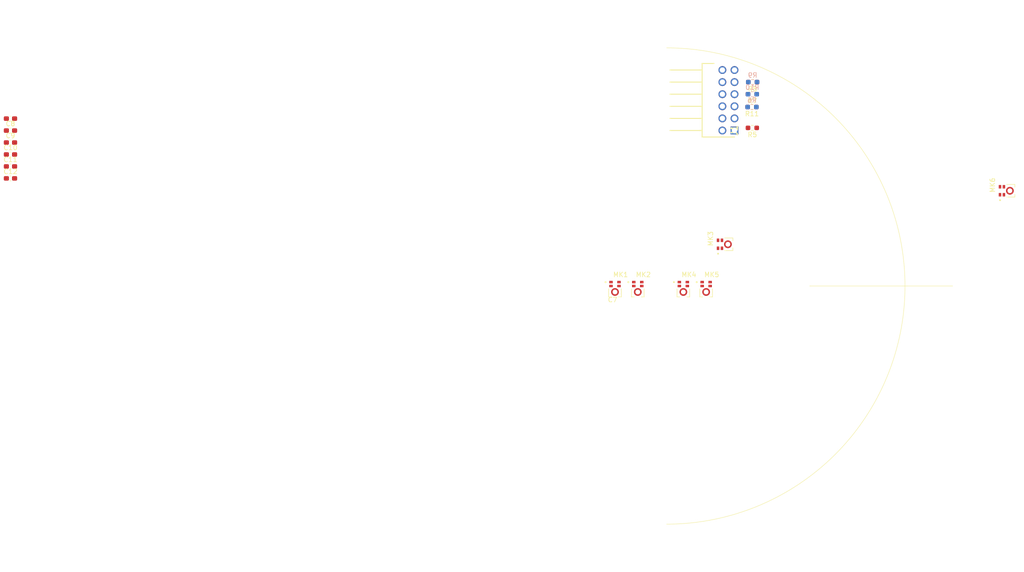
<source format=kicad_pcb>
(kicad_pcb (version 20221018) (generator pcbnew)
  (layers (0 "F.Cu" signal) (31 "B.Cu" signal) (34 "B.Paste" user) (35 "F.Paste" user) (36 "B.SilkS" user "B.Silkscreen") (37 "F.SilkS" user "F.Silkscreen") (38 "B.Mask" user) (39 "F.Mask" user) (44 "Edge.Cuts" user))
  (net 0 "")
  (net 1 "3.3V")
  (net 2 "GND")
  (net 3 "PDM-1")
  (net 4 "CLK")
  (net 5 "PDM-2")
  (net 6 "PDM-3")
  (net 7 "PDM-6")
  (net 8 "PDM-4")
  (net 9 "PDM-5")
  (net 13 "Net-(J1-CLK)")
  (net 14 "Net-(J1-D1)")
  (net 15 "Net-(J1-D2)")
  (net 16 "Net-(J1-D3)")
  (net 17 "Net-(J1-D4)")
  (net 18 "Net-(J1-D5)")
  (net 19 "Net-(J1-D6)")
  (footprint "SenseU_Microphoneboard:MIC_SPH0655LM4H-1" (layer "F.Cu") (at 149.1625 90.542)
    (fp_text reference "MK1" (at 1.175 -2.925) (layer "F.SilkS"))
    (fp_text value "SPH0655LM4H-1")
    (pad "" np_thru_hole circle (at 0 0.71) (size 0.6 0.6) (drill 0.6) (layers "*.Cu" "*.Mask"))
    (pad "1" smd rect (at -0.8375 -1.364) (size 0.725 0.522) (layers "F.Cu" "F.Paste" "F.Mask") (net 3 "PDM-1"))
    (pad "2" smd rect (at -0.8375 -0.542) (size 0.725 0.522) (layers "F.Cu" "F.Paste" "F.Mask") (net 2 "GND"))
    (pad "3" smd custom (at 0 1.3725) (size 0.1 0.1) (layers "F.Cu") (net 2 "GND") (options (clearance outline) (anchor rect)) (primitives (gr_poly (pts (xy 0 -0.15) (xy 0.027 -0.1505) (xy 0.054 -0.1525) (xy 0.08 -0.1565) (xy 0.107 -0.1615) (xy 0.133 -0.1675) (xy 0.158 -0.1755) (xy 0.184 -0.1845) (xy 0.208 -0.1945) (xy 0.233 -0.2055) (xy 0.256 -0.2185) (xy 0.279 -0.2325) (xy 0.301 -0.2475) (xy 0.323 -0.2645) (xy 0.343 -0.2815) (xy 0.362 -0.3005) (xy 0.381 -0.3195) (xy 0.398 -0.3395) (xy 0.415 -0.3615) (xy 0.43 -0.3835) (xy 0.444 -0.4065) (xy 0.457 -0.4295) (xy 0.468 -0.4545) (xy 0.478 -0.4785) (xy 0.487 -0.5045) (xy 0.495 -0.5295) (xy 0.501 -0.5555) (xy 0.506 -0.5825) (xy 0.51 -0.6085) (xy 0.512 -0.6355) (xy 0.512 -0.6625) (xy 0.512 -0.6675) (xy 0.512 -0.6895) (xy 0.51 -0.7165) (xy 0.506 -0.7435) (xy 0.501 -0.7695) (xy 0.495 -0.7955) (xy 0.487 -0.8215) (xy 0.479 -0.8465) (xy 0.468 -0.8715) (xy 0.457 -0.8955) (xy 0.444 -0.9195) (xy 0.43 -0.9415) (xy 0.415 -0.9635) (xy 0.398 -0.9855) (xy 0.381 -1.0055) (xy 0.363 -1.0255) (xy 0.343 -1.0435) (xy 0.323 -1.0605) (xy 0.301 -1.0775) (xy 0.279 -1.0925) (xy 0.257 -1.1065) (xy 0.233 -1.1195) (xy 0.209 -1.1305) (xy 0.184 -1.1415) (xy 0.159 -1.1495) (xy 0.133 -1.1575) (xy 0.107 -1.1635) (xy 0.081 -1.1685) (xy 0.054 -1.1725) (xy 0.027 -1.1745) (xy 0.005 -1.1745) (xy 0.005 -1.4745) (xy 0.041 -1.4735) (xy 0.083 -1.4705) (xy 0.125 -1.4655) (xy 0.167 -1.4575) (xy 0.209 -1.4475) (xy 0.25 -1.4355) (xy 0.29 -1.4205) (xy 0.329 -1.4045) (xy 0.368 -1.3865) (xy 0.405 -1.3655) (xy 0.442 -1.3435) (xy 0.477 -1.3195) (xy 0.511 -1.2935) (xy 0.543 -1.2655) (xy 0.574 -1.2365) (xy 0.603 -1.2055) (xy 0.631 -1.1735) (xy 0.657 -1.1395) (xy 0.681 -1.1045) (xy 0.703 -1.0675) (xy 0.724 -1.0305) (xy 0.742 -0.9915) (xy 0.758 -0.9525) (xy 0.773 -0.9125) (xy 0.785 -0.8715) (xy 0.795 -0.8295) (xy 0.803 -0.7875) (xy 0.808 -0.7455) (xy 0.811 -0.7035) (xy 0.813 -0.6675) (xy 0.813 -0.6625) (xy 0.811 -0.6195) (xy 0.808 -0.5775) (xy 0.802 -0.5355) (xy 0.795 -0.4935) (xy 0.785 -0.4525) (xy 0.773 -0.4115) (xy 0.759 -0.3715) (xy 0.742 -0.3325) (xy 0.724 -0.2935) (xy 0.704 -0.2565) (xy 0.681 -0.2195) (xy 0.657 -0.1845) (xy 0.631 -0.1515) (xy 0.604 -0.1185) (xy 0.575 -0.0875) (xy 0.544 -0.0585) (xy 0.511 -0.0315) (xy 0.478 -0.0055) (xy 0.443 0.0185) (xy 0.406 0.0415) (xy 0.369 0.0615) (xy 0.33 0.0795) (xy 0.291 0.0965) (xy 0.251 0.1105) (xy 0.21 0.1225) (xy 0.169 0.1325) (xy 0.127 0.1395) (xy 0.085 0.1455) (xy 0.043 0.1485) (xy 0 0.1495) (xy -0.043 0.1485) (xy -0.085 0.1455) (xy -0.127 0.1395) (xy -0.169 0.1325) (xy -0.21 0.1225) (xy -0.251 0.1105) (xy -0.291 0.0965) (xy -0.33 0.0795) (xy -0.369 0.0615) (xy -0.406 0.0415) (xy -0.443 0.0185) (xy -0.478 -0.0055) (xy -0.511 -0.0315) (xy -0.544 -0.0585) (xy -0.575 -0.0875) (xy -0.604 -0.1185) (xy -0.631 -0.1515) (xy -0.657 -0.1845) (xy -0.681 -0.2195) (xy -0.704 -0.2565) (xy -0.724 -0.2935) (xy -0.742 -0.3325) (xy -0.759 -0.3715) (xy -0.773 -0.4115) (xy -0.785 -0.4525) (xy -0.795 -0.4935) (xy -0.802 -0.5355) (xy -0.808 -0.5775) (xy -0.811 -0.6195) (xy -0.813 -0.6625) (xy -0.813 -0.6675) (xy -0.811 -0.7025) (xy -0.808 -0.7445) (xy -0.803 -0.7865) (xy -0.795 -0.8275) (xy -0.785 -0.8685) (xy -0.774 -0.9095) (xy -0.76 -0.9495) (xy -0.744 -0.9885) (xy -0.726 -1.0265) (xy -0.706 -1.0635) (xy -0.684 -1.0995) (xy -0.66 -1.1345) (xy -0.635 -1.1685) (xy -0.608 -1.2005) (xy -0.579 -1.2315) (xy -0.549 -1.2605) (xy -0.517 -1.2885) (xy -0.484 -1.3145) (xy -0.449 -1.3385) (xy -0.413 -1.3615) (xy -0.377 -1.3815) (xy -0.339 -1.4005) (xy -0.3 -1.4165) (xy -0.26 -1.4315) (xy -0.22 -1.4445) (xy -0.179 -1.4545) (xy -0.138 -1.4625) (xy -0.096 -1.4695) (xy -0.054 -1.4735) (xy -0.005 -1.4745) (xy -0.005 -1.1745) (xy -0.036 -1.1735) (xy -0.062 -1.1715) (xy -0.089 -1.1675) (xy -0.115 -1.1625) (xy -0.14 -1.1555) (xy -0.166 -1.1475) (xy -0.19 -1.1385) (xy -0.215 -1.1285) (xy -0.239 -1.1165) (xy -0.262 -1.1035) (xy -0.284 -1.0895) (xy -0.306 -1.0745) (xy -0.327 -1.0575) (xy -0.347 -1.0405) (xy -0.366 -1.0215) (xy -0.384 -1.0025) (xy -0.401 -0.9825) (xy -0.417 -0.9615) (xy -0.432 -0.9395) (xy -0.445 -0.9165) (xy -0.458 -0.8935) (xy -0.469 -0.8695) (xy -0.479 -0.8445) (xy -0.488 -0.8195) (xy -0.495 -0.7945) (xy -0.502 -0.7685) (xy -0.506 -0.7425) (xy -0.51 -0.7155) (xy -0.512 -0.6895) (xy -0.512 -0.6675) (xy -0.512 -0.6625) (xy -0.512 -0.6355) (xy -0.51 -0.6085) (xy -0.506 -0.5825) (xy -0.501 -0.5555) (xy -0.495 -0.5295) (xy -0.487 -0.5045) (xy -0.478 -0.4785) (xy -0.468 -0.4545) (xy -0.457 -0.4295) (xy -0.444 -0.4065) (xy -0.43 -0.3835) (xy -0.415 -0.3615) (xy -0.398 -0.3395) (xy -0.381 -0.3195) (xy -0.362 -0.3005) (xy -0.343 -0.2815) (xy -0.323 -0.2645) (xy -0.301 -0.2475) (xy -0.279 -0.2325) (xy -0.256 -0.2185) (xy -0.233 -0.2055) (xy -0.208 -0.1945) (xy -0.184 -0.1845) (xy -0.158 -0.1755) (xy -0.133 -0.1675) (xy -0.107 -0.1615) (xy -0.08 -0.1565) (xy -0.054 -0.1525) (xy -0.027 -0.1505) (xy 0 -0.1505) (xy 0 -0.15)) (width 0.01) (fill yes))))
    (pad "4" smd rect (at 0.8375 -0.542) (size 0.725 0.522) (layers "F.Cu" "F.Paste" "F.Mask") (net 4 "CLK"))
    (pad "5" smd rect (at 0.8375 -1.364) (size 0.725 0.522) (layers "F.Cu" "F.Paste" "F.Mask") (net 1 "3.3V"))
  )
  (footprint "Resistor_SMD:R_0603_1608Metric_Pad0.98x0.95mm_HandSolder" (layer "F.Cu") (at 177.976944 56.798275 180)
    (fp_text reference "R5" (at 0 -1.43) (layer "F.SilkS"))
    (fp_text value "51")
    (pad "1" smd roundrect (at -0.9125 0 180) (size 0.975 0.95) (layers "F.Cu" "F.Paste" "F.Mask") (net 4 "CLK"))
    (pad "2" smd roundrect (at 0.9125 0 180) (size 0.975 0.95) (layers "F.Cu" "F.Paste" "F.Mask") (net 13 "Net-(J1-CLK)"))
  )
  (footprint "Capacitor_SMD:C_0603_1608Metric_Pad1.08x0.95mm_HandSolder" (layer "F.Cu") (at 22.35 67.4025)
    (fp_text reference "C12" (at 0 -1.43) (layer "F.SilkS"))
    (fp_text value "0.1uF")
    (pad "1" smd roundrect (at -0.8625 0) (size 1.075 0.95) (layers "F.Cu" "F.Paste" "F.Mask") (net 1 "3.3V"))
    (pad "2" smd roundrect (at 0.8625 0) (size 1.075 0.95) (layers "F.Cu" "F.Paste" "F.Mask") (net 2 "GND"))
  )
  (footprint "SenseU_Microphoneboard:MIC_SPH0655LM4H-1" (layer "F.Cu") (at 153.943 90.542)
    (fp_text reference "MK2" (at 1.175 -2.925) (layer "F.SilkS"))
    (fp_text value "SPH0655LM4H-1")
    (pad "" np_thru_hole circle (at 0 0.71) (size 0.6 0.6) (drill 0.6) (layers "*.Cu" "*.Mask"))
    (pad "1" smd rect (at -0.8375 -1.364) (size 0.725 0.522) (layers "F.Cu" "F.Paste" "F.Mask") (net 5 "PDM-2"))
    (pad "2" smd rect (at -0.8375 -0.542) (size 0.725 0.522) (layers "F.Cu" "F.Paste" "F.Mask") (net 2 "GND"))
    (pad "3" smd custom (at 0 1.3725) (size 0.1 0.1) (layers "F.Cu") (net 2 "GND") (options (clearance outline) (anchor rect)) (primitives (gr_poly (pts (xy 0 -0.15) (xy 0.027 -0.1505) (xy 0.054 -0.1525) (xy 0.08 -0.1565) (xy 0.107 -0.1615) (xy 0.133 -0.1675) (xy 0.158 -0.1755) (xy 0.184 -0.1845) (xy 0.208 -0.1945) (xy 0.233 -0.2055) (xy 0.256 -0.2185) (xy 0.279 -0.2325) (xy 0.301 -0.2475) (xy 0.323 -0.2645) (xy 0.343 -0.2815) (xy 0.362 -0.3005) (xy 0.381 -0.3195) (xy 0.398 -0.3395) (xy 0.415 -0.3615) (xy 0.43 -0.3835) (xy 0.444 -0.4065) (xy 0.457 -0.4295) (xy 0.468 -0.4545) (xy 0.478 -0.4785) (xy 0.487 -0.5045) (xy 0.495 -0.5295) (xy 0.501 -0.5555) (xy 0.506 -0.5825) (xy 0.51 -0.6085) (xy 0.512 -0.6355) (xy 0.512 -0.6625) (xy 0.512 -0.6675) (xy 0.512 -0.6895) (xy 0.51 -0.7165) (xy 0.506 -0.7435) (xy 0.501 -0.7695) (xy 0.495 -0.7955) (xy 0.487 -0.8215) (xy 0.479 -0.8465) (xy 0.468 -0.8715) (xy 0.457 -0.8955) (xy 0.444 -0.9195) (xy 0.43 -0.9415) (xy 0.415 -0.9635) (xy 0.398 -0.9855) (xy 0.381 -1.0055) (xy 0.363 -1.0255) (xy 0.343 -1.0435) (xy 0.323 -1.0605) (xy 0.301 -1.0775) (xy 0.279 -1.0925) (xy 0.257 -1.1065) (xy 0.233 -1.1195) (xy 0.209 -1.1305) (xy 0.184 -1.1415) (xy 0.159 -1.1495) (xy 0.133 -1.1575) (xy 0.107 -1.1635) (xy 0.081 -1.1685) (xy 0.054 -1.1725) (xy 0.027 -1.1745) (xy 0.005 -1.1745) (xy 0.005 -1.4745) (xy 0.041 -1.4735) (xy 0.083 -1.4705) (xy 0.125 -1.4655) (xy 0.167 -1.4575) (xy 0.209 -1.4475) (xy 0.25 -1.4355) (xy 0.29 -1.4205) (xy 0.329 -1.4045) (xy 0.368 -1.3865) (xy 0.405 -1.3655) (xy 0.442 -1.3435) (xy 0.477 -1.3195) (xy 0.511 -1.2935) (xy 0.543 -1.2655) (xy 0.574 -1.2365) (xy 0.603 -1.2055) (xy 0.631 -1.1735) (xy 0.657 -1.1395) (xy 0.681 -1.1045) (xy 0.703 -1.0675) (xy 0.724 -1.0305) (xy 0.742 -0.9915) (xy 0.758 -0.9525) (xy 0.773 -0.9125) (xy 0.785 -0.8715) (xy 0.795 -0.8295) (xy 0.803 -0.7875) (xy 0.808 -0.7455) (xy 0.811 -0.7035) (xy 0.813 -0.6675) (xy 0.813 -0.6625) (xy 0.811 -0.6195) (xy 0.808 -0.5775) (xy 0.802 -0.5355) (xy 0.795 -0.4935) (xy 0.785 -0.4525) (xy 0.773 -0.4115) (xy 0.759 -0.3715) (xy 0.742 -0.3325) (xy 0.724 -0.2935) (xy 0.704 -0.2565) (xy 0.681 -0.2195) (xy 0.657 -0.1845) (xy 0.631 -0.1515) (xy 0.604 -0.1185) (xy 0.575 -0.0875) (xy 0.544 -0.0585) (xy 0.511 -0.0315) (xy 0.478 -0.0055) (xy 0.443 0.0185) (xy 0.406 0.0415) (xy 0.369 0.0615) (xy 0.33 0.0795) (xy 0.291 0.0965) (xy 0.251 0.1105) (xy 0.21 0.1225) (xy 0.169 0.1325) (xy 0.127 0.1395) (xy 0.085 0.1455) (xy 0.043 0.1485) (xy 0 0.1495) (xy -0.043 0.1485) (xy -0.085 0.1455) (xy -0.127 0.1395) (xy -0.169 0.1325) (xy -0.21 0.1225) (xy -0.251 0.1105) (xy -0.291 0.0965) (xy -0.33 0.0795) (xy -0.369 0.0615) (xy -0.406 0.0415) (xy -0.443 0.0185) (xy -0.478 -0.0055) (xy -0.511 -0.0315) (xy -0.544 -0.0585) (xy -0.575 -0.0875) (xy -0.604 -0.1185) (xy -0.631 -0.1515) (xy -0.657 -0.1845) (xy -0.681 -0.2195) (xy -0.704 -0.2565) (xy -0.724 -0.2935) (xy -0.742 -0.3325) (xy -0.759 -0.3715) (xy -0.773 -0.4115) (xy -0.785 -0.4525) (xy -0.795 -0.4935) (xy -0.802 -0.5355) (xy -0.808 -0.5775) (xy -0.811 -0.6195) (xy -0.813 -0.6625) (xy -0.813 -0.6675) (xy -0.811 -0.7025) (xy -0.808 -0.7445) (xy -0.803 -0.7865) (xy -0.795 -0.8275) (xy -0.785 -0.8685) (xy -0.774 -0.9095) (xy -0.76 -0.9495) (xy -0.744 -0.9885) (xy -0.726 -1.0265) (xy -0.706 -1.0635) (xy -0.684 -1.0995) (xy -0.66 -1.1345) (xy -0.635 -1.1685) (xy -0.608 -1.2005) (xy -0.579 -1.2315) (xy -0.549 -1.2605) (xy -0.517 -1.2885) (xy -0.484 -1.3145) (xy -0.449 -1.3385) (xy -0.413 -1.3615) (xy -0.377 -1.3815) (xy -0.339 -1.4005) (xy -0.3 -1.4165) (xy -0.26 -1.4315) (xy -0.22 -1.4445) (xy -0.179 -1.4545) (xy -0.138 -1.4625) (xy -0.096 -1.4695) (xy -0.054 -1.4735) (xy -0.005 -1.4745) (xy -0.005 -1.1745) (xy -0.036 -1.1735) (xy -0.062 -1.1715) (xy -0.089 -1.1675) (xy -0.115 -1.1625) (xy -0.14 -1.1555) (xy -0.166 -1.1475) (xy -0.19 -1.1385) (xy -0.215 -1.1285) (xy -0.239 -1.1165) (xy -0.262 -1.1035) (xy -0.284 -1.0895) (xy -0.306 -1.0745) (xy -0.327 -1.0575) (xy -0.347 -1.0405) (xy -0.366 -1.0215) (xy -0.384 -1.0025) (xy -0.401 -0.9825) (xy -0.417 -0.9615) (xy -0.432 -0.9395) (xy -0.445 -0.9165) (xy -0.458 -0.8935) (xy -0.469 -0.8695) (xy -0.479 -0.8445) (xy -0.488 -0.8195) (xy -0.495 -0.7945) (xy -0.502 -0.7685) (xy -0.506 -0.7425) (xy -0.51 -0.7155) (xy -0.512 -0.6895) (xy -0.512 -0.6675) (xy -0.512 -0.6625) (xy -0.512 -0.6355) (xy -0.51 -0.6085) (xy -0.506 -0.5825) (xy -0.501 -0.5555) (xy -0.495 -0.5295) (xy -0.487 -0.5045) (xy -0.478 -0.4785) (xy -0.468 -0.4545) (xy -0.457 -0.4295) (xy -0.444 -0.4065) (xy -0.43 -0.3835) (xy -0.415 -0.3615) (xy -0.398 -0.3395) (xy -0.381 -0.3195) (xy -0.362 -0.3005) (xy -0.343 -0.2815) (xy -0.323 -0.2645) (xy -0.301 -0.2475) (xy -0.279 -0.2325) (xy -0.256 -0.2185) (xy -0.233 -0.2055) (xy -0.208 -0.1945) (xy -0.184 -0.1845) (xy -0.158 -0.1755) (xy -0.133 -0.1675) (xy -0.107 -0.1615) (xy -0.08 -0.1565) (xy -0.054 -0.1525) (xy -0.027 -0.1505) (xy 0 -0.1505) (xy 0 -0.15)) (width 0.01) (fill yes))))
    (pad "4" smd rect (at 0.8375 -0.542) (size 0.725 0.522) (layers "F.Cu" "F.Paste" "F.Mask") (net 4 "CLK"))
    (pad "5" smd rect (at 0.8375 -1.364) (size 0.725 0.522) (layers "F.Cu" "F.Paste" "F.Mask") (net 1 "3.3V"))
  )
  (footprint "SenseU_Microphoneboard:MIC_SPH0655LM4H-1" (layer "F.Cu") (at 172.142 81.2375 90)
    (fp_text reference "MK3" (at 1.175 -2.925 90) (layer "F.SilkS"))
    (fp_text value "SPH0655LM4H-1")
    (pad "" np_thru_hole circle (at 0 0.71 90) (size 0.6 0.6) (drill 0.6) (layers "*.Cu" "*.Mask"))
    (pad "1" smd rect (at -0.8375 -1.364 90) (size 0.725 0.522) (layers "F.Cu" "F.Paste" "F.Mask") (net 6 "PDM-3"))
    (pad "2" smd rect (at -0.8375 -0.542 90) (size 0.725 0.522) (layers "F.Cu" "F.Paste" "F.Mask") (net 2 "GND"))
    (pad "3" smd custom (at 0 1.3725 90) (size 0.1 0.1) (layers "F.Cu") (net 2 "GND") (options (clearance outline) (anchor rect)) (primitives (gr_poly (pts (xy 0 -0.15) (xy 0.027 -0.1505) (xy 0.054 -0.1525) (xy 0.08 -0.1565) (xy 0.107 -0.1615) (xy 0.133 -0.1675) (xy 0.158 -0.1755) (xy 0.184 -0.1845) (xy 0.208 -0.1945) (xy 0.233 -0.2055) (xy 0.256 -0.2185) (xy 0.279 -0.2325) (xy 0.301 -0.2475) (xy 0.323 -0.2645) (xy 0.343 -0.2815) (xy 0.362 -0.3005) (xy 0.381 -0.3195) (xy 0.398 -0.3395) (xy 0.415 -0.3615) (xy 0.43 -0.3835) (xy 0.444 -0.4065) (xy 0.457 -0.4295) (xy 0.468 -0.4545) (xy 0.478 -0.4785) (xy 0.487 -0.5045) (xy 0.495 -0.5295) (xy 0.501 -0.5555) (xy 0.506 -0.5825) (xy 0.51 -0.6085) (xy 0.512 -0.6355) (xy 0.512 -0.6625) (xy 0.512 -0.6675) (xy 0.512 -0.6895) (xy 0.51 -0.7165) (xy 0.506 -0.7435) (xy 0.501 -0.7695) (xy 0.495 -0.7955) (xy 0.487 -0.8215) (xy 0.479 -0.8465) (xy 0.468 -0.8715) (xy 0.457 -0.8955) (xy 0.444 -0.9195) (xy 0.43 -0.9415) (xy 0.415 -0.9635) (xy 0.398 -0.9855) (xy 0.381 -1.0055) (xy 0.363 -1.0255) (xy 0.343 -1.0435) (xy 0.323 -1.0605) (xy 0.301 -1.0775) (xy 0.279 -1.0925) (xy 0.257 -1.1065) (xy 0.233 -1.1195) (xy 0.209 -1.1305) (xy 0.184 -1.1415) (xy 0.159 -1.1495) (xy 0.133 -1.1575) (xy 0.107 -1.1635) (xy 0.081 -1.1685) (xy 0.054 -1.1725) (xy 0.027 -1.1745) (xy 0.005 -1.1745) (xy 0.005 -1.4745) (xy 0.041 -1.4735) (xy 0.083 -1.4705) (xy 0.125 -1.4655) (xy 0.167 -1.4575) (xy 0.209 -1.4475) (xy 0.25 -1.4355) (xy 0.29 -1.4205) (xy 0.329 -1.4045) (xy 0.368 -1.3865) (xy 0.405 -1.3655) (xy 0.442 -1.3435) (xy 0.477 -1.3195) (xy 0.511 -1.2935) (xy 0.543 -1.2655) (xy 0.574 -1.2365) (xy 0.603 -1.2055) (xy 0.631 -1.1735) (xy 0.657 -1.1395) (xy 0.681 -1.1045) (xy 0.703 -1.0675) (xy 0.724 -1.0305) (xy 0.742 -0.9915) (xy 0.758 -0.9525) (xy 0.773 -0.9125) (xy 0.785 -0.8715) (xy 0.795 -0.8295) (xy 0.803 -0.7875) (xy 0.808 -0.7455) (xy 0.811 -0.7035) (xy 0.813 -0.6675) (xy 0.813 -0.6625) (xy 0.811 -0.6195) (xy 0.808 -0.5775) (xy 0.802 -0.5355) (xy 0.795 -0.4935) (xy 0.785 -0.4525) (xy 0.773 -0.4115) (xy 0.759 -0.3715) (xy 0.742 -0.3325) (xy 0.724 -0.2935) (xy 0.704 -0.2565) (xy 0.681 -0.2195) (xy 0.657 -0.1845) (xy 0.631 -0.1515) (xy 0.604 -0.1185) (xy 0.575 -0.0875) (xy 0.544 -0.0585) (xy 0.511 -0.0315) (xy 0.478 -0.0055) (xy 0.443 0.0185) (xy 0.406 0.0415) (xy 0.369 0.0615) (xy 0.33 0.0795) (xy 0.291 0.0965) (xy 0.251 0.1105) (xy 0.21 0.1225) (xy 0.169 0.1325) (xy 0.127 0.1395) (xy 0.085 0.1455) (xy 0.043 0.1485) (xy 0 0.1495) (xy -0.043 0.1485) (xy -0.085 0.1455) (xy -0.127 0.1395) (xy -0.169 0.1325) (xy -0.21 0.1225) (xy -0.251 0.1105) (xy -0.291 0.0965) (xy -0.33 0.0795) (xy -0.369 0.0615) (xy -0.406 0.0415) (xy -0.443 0.0185) (xy -0.478 -0.0055) (xy -0.511 -0.0315) (xy -0.544 -0.0585) (xy -0.575 -0.0875) (xy -0.604 -0.1185) (xy -0.631 -0.1515) (xy -0.657 -0.1845) (xy -0.681 -0.2195) (xy -0.704 -0.2565) (xy -0.724 -0.2935) (xy -0.742 -0.3325) (xy -0.759 -0.3715) (xy -0.773 -0.4115) (xy -0.785 -0.4525) (xy -0.795 -0.4935) (xy -0.802 -0.5355) (xy -0.808 -0.5775) (xy -0.811 -0.6195) (xy -0.813 -0.6625) (xy -0.813 -0.6675) (xy -0.811 -0.7025) (xy -0.808 -0.7445) (xy -0.803 -0.7865) (xy -0.795 -0.8275) (xy -0.785 -0.8685) (xy -0.774 -0.9095) (xy -0.76 -0.9495) (xy -0.744 -0.9885) (xy -0.726 -1.0265) (xy -0.706 -1.0635) (xy -0.684 -1.0995) (xy -0.66 -1.1345) (xy -0.635 -1.1685) (xy -0.608 -1.2005) (xy -0.579 -1.2315) (xy -0.549 -1.2605) (xy -0.517 -1.2885) (xy -0.484 -1.3145) (xy -0.449 -1.3385) (xy -0.413 -1.3615) (xy -0.377 -1.3815) (xy -0.339 -1.4005) (xy -0.3 -1.4165) (xy -0.26 -1.4315) (xy -0.22 -1.4445) (xy -0.179 -1.4545) (xy -0.138 -1.4625) (xy -0.096 -1.4695) (xy -0.054 -1.4735) (xy -0.005 -1.4745) (xy -0.005 -1.1745) (xy -0.036 -1.1735) (xy -0.062 -1.1715) (xy -0.089 -1.1675) (xy -0.115 -1.1625) (xy -0.14 -1.1555) (xy -0.166 -1.1475) (xy -0.19 -1.1385) (xy -0.215 -1.1285) (xy -0.239 -1.1165) (xy -0.262 -1.1035) (xy -0.284 -1.0895) (xy -0.306 -1.0745) (xy -0.327 -1.0575) (xy -0.347 -1.0405) (xy -0.366 -1.0215) (xy -0.384 -1.0025) (xy -0.401 -0.9825) (xy -0.417 -0.9615) (xy -0.432 -0.9395) (xy -0.445 -0.9165) (xy -0.458 -0.8935) (xy -0.469 -0.8695) (xy -0.479 -0.8445) (xy -0.488 -0.8195) (xy -0.495 -0.7945) (xy -0.502 -0.7685) (xy -0.506 -0.7425) (xy -0.51 -0.7155) (xy -0.512 -0.6895) (xy -0.512 -0.6675) (xy -0.512 -0.6625) (xy -0.512 -0.6355) (xy -0.51 -0.6085) (xy -0.506 -0.5825) (xy -0.501 -0.5555) (xy -0.495 -0.5295) (xy -0.487 -0.5045) (xy -0.478 -0.4785) (xy -0.468 -0.4545) (xy -0.457 -0.4295) (xy -0.444 -0.4065) (xy -0.43 -0.3835) (xy -0.415 -0.3615) (xy -0.398 -0.3395) (xy -0.381 -0.3195) (xy -0.362 -0.3005) (xy -0.343 -0.2815) (xy -0.323 -0.2645) (xy -0.301 -0.2475) (xy -0.279 -0.2325) (xy -0.256 -0.2185) (xy -0.233 -0.2055) (xy -0.208 -0.1945) (xy -0.184 -0.1845) (xy -0.158 -0.1755) (xy -0.133 -0.1675) (xy -0.107 -0.1615) (xy -0.08 -0.1565) (xy -0.054 -0.1525) (xy -0.027 -0.1505) (xy 0 -0.1505) (xy 0 -0.15)) (width 0.01) (fill yes))))
    (pad "4" smd rect (at 0.8375 -0.542 90) (size 0.725 0.522) (layers "F.Cu" "F.Paste" "F.Mask") (net 4 "CLK"))
    (pad "5" smd rect (at 0.8375 -1.364 90) (size 0.725 0.522) (layers "F.Cu" "F.Paste" "F.Mask") (net 1 "3.3V"))
  )
  (footprint "SenseU_Microphoneboard:MIC_SPH0655LM4H-1" (layer "F.Cu") (at 163.504 90.542)
    (fp_text reference "MK4" (at 1.175 -2.925) (layer "F.SilkS"))
    (fp_text value "SPH0655LM4H-1")
    (pad "" np_thru_hole circle (at 0 0.71) (size 0.6 0.6) (drill 0.6) (layers "*.Cu" "*.Mask"))
    (pad "1" smd rect (at -0.8375 -1.364) (size 0.725 0.522) (layers "F.Cu" "F.Paste" "F.Mask") (net 7 "PDM-6"))
    (pad "2" smd rect (at -0.8375 -0.542) (size 0.725 0.522) (layers "F.Cu" "F.Paste" "F.Mask") (net 2 "GND"))
    (pad "3" smd custom (at 0 1.3725) (size 0.1 0.1) (layers "F.Cu") (net 2 "GND") (options (clearance outline) (anchor rect)) (primitives (gr_poly (pts (xy 0 -0.15) (xy 0.027 -0.1505) (xy 0.054 -0.1525) (xy 0.08 -0.1565) (xy 0.107 -0.1615) (xy 0.133 -0.1675) (xy 0.158 -0.1755) (xy 0.184 -0.1845) (xy 0.208 -0.1945) (xy 0.233 -0.2055) (xy 0.256 -0.2185) (xy 0.279 -0.2325) (xy 0.301 -0.2475) (xy 0.323 -0.2645) (xy 0.343 -0.2815) (xy 0.362 -0.3005) (xy 0.381 -0.3195) (xy 0.398 -0.3395) (xy 0.415 -0.3615) (xy 0.43 -0.3835) (xy 0.444 -0.4065) (xy 0.457 -0.4295) (xy 0.468 -0.4545) (xy 0.478 -0.4785) (xy 0.487 -0.5045) (xy 0.495 -0.5295) (xy 0.501 -0.5555) (xy 0.506 -0.5825) (xy 0.51 -0.6085) (xy 0.512 -0.6355) (xy 0.512 -0.6625) (xy 0.512 -0.6675) (xy 0.512 -0.6895) (xy 0.51 -0.7165) (xy 0.506 -0.7435) (xy 0.501 -0.7695) (xy 0.495 -0.7955) (xy 0.487 -0.8215) (xy 0.479 -0.8465) (xy 0.468 -0.8715) (xy 0.457 -0.8955) (xy 0.444 -0.9195) (xy 0.43 -0.9415) (xy 0.415 -0.9635) (xy 0.398 -0.9855) (xy 0.381 -1.0055) (xy 0.363 -1.0255) (xy 0.343 -1.0435) (xy 0.323 -1.0605) (xy 0.301 -1.0775) (xy 0.279 -1.0925) (xy 0.257 -1.1065) (xy 0.233 -1.1195) (xy 0.209 -1.1305) (xy 0.184 -1.1415) (xy 0.159 -1.1495) (xy 0.133 -1.1575) (xy 0.107 -1.1635) (xy 0.081 -1.1685) (xy 0.054 -1.1725) (xy 0.027 -1.1745) (xy 0.005 -1.1745) (xy 0.005 -1.4745) (xy 0.041 -1.4735) (xy 0.083 -1.4705) (xy 0.125 -1.4655) (xy 0.167 -1.4575) (xy 0.209 -1.4475) (xy 0.25 -1.4355) (xy 0.29 -1.4205) (xy 0.329 -1.4045) (xy 0.368 -1.3865) (xy 0.405 -1.3655) (xy 0.442 -1.3435) (xy 0.477 -1.3195) (xy 0.511 -1.2935) (xy 0.543 -1.2655) (xy 0.574 -1.2365) (xy 0.603 -1.2055) (xy 0.631 -1.1735) (xy 0.657 -1.1395) (xy 0.681 -1.1045) (xy 0.703 -1.0675) (xy 0.724 -1.0305) (xy 0.742 -0.9915) (xy 0.758 -0.9525) (xy 0.773 -0.9125) (xy 0.785 -0.8715) (xy 0.795 -0.8295) (xy 0.803 -0.7875) (xy 0.808 -0.7455) (xy 0.811 -0.7035) (xy 0.813 -0.6675) (xy 0.813 -0.6625) (xy 0.811 -0.6195) (xy 0.808 -0.5775) (xy 0.802 -0.5355) (xy 0.795 -0.4935) (xy 0.785 -0.4525) (xy 0.773 -0.4115) (xy 0.759 -0.3715) (xy 0.742 -0.3325) (xy 0.724 -0.2935) (xy 0.704 -0.2565) (xy 0.681 -0.2195) (xy 0.657 -0.1845) (xy 0.631 -0.1515) (xy 0.604 -0.1185) (xy 0.575 -0.0875) (xy 0.544 -0.0585) (xy 0.511 -0.0315) (xy 0.478 -0.0055) (xy 0.443 0.0185) (xy 0.406 0.0415) (xy 0.369 0.0615) (xy 0.33 0.0795) (xy 0.291 0.0965) (xy 0.251 0.1105) (xy 0.21 0.1225) (xy 0.169 0.1325) (xy 0.127 0.1395) (xy 0.085 0.1455) (xy 0.043 0.1485) (xy 0 0.1495) (xy -0.043 0.1485) (xy -0.085 0.1455) (xy -0.127 0.1395) (xy -0.169 0.1325) (xy -0.21 0.1225) (xy -0.251 0.1105) (xy -0.291 0.0965) (xy -0.33 0.0795) (xy -0.369 0.0615) (xy -0.406 0.0415) (xy -0.443 0.0185) (xy -0.478 -0.0055) (xy -0.511 -0.0315) (xy -0.544 -0.0585) (xy -0.575 -0.0875) (xy -0.604 -0.1185) (xy -0.631 -0.1515) (xy -0.657 -0.1845) (xy -0.681 -0.2195) (xy -0.704 -0.2565) (xy -0.724 -0.2935) (xy -0.742 -0.3325) (xy -0.759 -0.3715) (xy -0.773 -0.4115) (xy -0.785 -0.4525) (xy -0.795 -0.4935) (xy -0.802 -0.5355) (xy -0.808 -0.5775) (xy -0.811 -0.6195) (xy -0.813 -0.6625) (xy -0.813 -0.6675) (xy -0.811 -0.7025) (xy -0.808 -0.7445) (xy -0.803 -0.7865) (xy -0.795 -0.8275) (xy -0.785 -0.8685) (xy -0.774 -0.9095) (xy -0.76 -0.9495) (xy -0.744 -0.9885) (xy -0.726 -1.0265) (xy -0.706 -1.0635) (xy -0.684 -1.0995) (xy -0.66 -1.1345) (xy -0.635 -1.1685) (xy -0.608 -1.2005) (xy -0.579 -1.2315) (xy -0.549 -1.2605) (xy -0.517 -1.2885) (xy -0.484 -1.3145) (xy -0.449 -1.3385) (xy -0.413 -1.3615) (xy -0.377 -1.3815) (xy -0.339 -1.4005) (xy -0.3 -1.4165) (xy -0.26 -1.4315) (xy -0.22 -1.4445) (xy -0.179 -1.4545) (xy -0.138 -1.4625) (xy -0.096 -1.4695) (xy -0.054 -1.4735) (xy -0.005 -1.4745) (xy -0.005 -1.1745) (xy -0.036 -1.1735) (xy -0.062 -1.1715) (xy -0.089 -1.1675) (xy -0.115 -1.1625) (xy -0.14 -1.1555) (xy -0.166 -1.1475) (xy -0.19 -1.1385) (xy -0.215 -1.1285) (xy -0.239 -1.1165) (xy -0.262 -1.1035) (xy -0.284 -1.0895) (xy -0.306 -1.0745) (xy -0.327 -1.0575) (xy -0.347 -1.0405) (xy -0.366 -1.0215) (xy -0.384 -1.0025) (xy -0.401 -0.9825) (xy -0.417 -0.9615) (xy -0.432 -0.9395) (xy -0.445 -0.9165) (xy -0.458 -0.8935) (xy -0.469 -0.8695) (xy -0.479 -0.8445) (xy -0.488 -0.8195) (xy -0.495 -0.7945) (xy -0.502 -0.7685) (xy -0.506 -0.7425) (xy -0.51 -0.7155) (xy -0.512 -0.6895) (xy -0.512 -0.6675) (xy -0.512 -0.6625) (xy -0.512 -0.6355) (xy -0.51 -0.6085) (xy -0.506 -0.5825) (xy -0.501 -0.5555) (xy -0.495 -0.5295) (xy -0.487 -0.5045) (xy -0.478 -0.4785) (xy -0.468 -0.4545) (xy -0.457 -0.4295) (xy -0.444 -0.4065) (xy -0.43 -0.3835) (xy -0.415 -0.3615) (xy -0.398 -0.3395) (xy -0.381 -0.3195) (xy -0.362 -0.3005) (xy -0.343 -0.2815) (xy -0.323 -0.2645) (xy -0.301 -0.2475) (xy -0.279 -0.2325) (xy -0.256 -0.2185) (xy -0.233 -0.2055) (xy -0.208 -0.1945) (xy -0.184 -0.1845) (xy -0.158 -0.1755) (xy -0.133 -0.1675) (xy -0.107 -0.1615) (xy -0.08 -0.1565) (xy -0.054 -0.1525) (xy -0.027 -0.1505) (xy 0 -0.1505) (xy 0 -0.15)) (width 0.01) (fill yes))))
    (pad "4" smd rect (at 0.8375 -0.542) (size 0.725 0.522) (layers "F.Cu" "F.Paste" "F.Mask") (net 4 "CLK"))
    (pad "5" smd rect (at 0.8375 -1.364) (size 0.725 0.522) (layers "F.Cu" "F.Paste" "F.Mask") (net 1 "3.3V"))
  )
  (footprint "SenseU_Microphoneboard:12PIN_2-ROW_RIGHT-ANGLE_90122-0126" (layer "F.Cu") (at 174.2325 57.35 90)
    (fp_text reference "J1" (at 0 0 90) (layer "F.SilkS") (effects (font (size 1.27 1.27) (thickness 0.254))))
    (fp_text value "90122-0126" hide)
    (pad "1" thru_hole rect (at 0 0 90) (size 1.65 1.65) (drill 1.1) (layers "*.Cu" "*.Mask") (net 1 "3.3V"))
    (pad "2" thru_hole circle (at 0 -2.54 90) (size 1.65 1.65) (drill 1.1) (layers "*.Cu" "*.Mask") (net 2 "GND"))
    (pad "3" thru_hole circle (at 2.54 0 90) (size 1.65 1.65) (drill 1.1) (layers "*.Cu" "*.Mask"))
    (pad "4" thru_hole circle (at 2.54 -2.54 90) (size 1.65 1.65) (drill 1.1) (layers "*.Cu" "*.Mask") (net 13 "Net-(J1-CLK)"))
    (pad "5" thru_hole circle (at 5.08 0 90) (size 1.65 1.65) (drill 1.1) (layers "*.Cu" "*.Mask") (net 14 "Net-(J1-D1)"))
    (pad "6" thru_hole circle (at 5.08 -2.54 90) (size 1.65 1.65) (drill 1.1) (layers "*.Cu" "*.Mask") (net 15 "Net-(J1-D2)"))
    (pad "7" thru_hole circle (at 7.62 0 90) (size 1.65 1.65) (drill 1.1) (layers "*.Cu" "*.Mask") (net 16 "Net-(J1-D3)"))
    (pad "8" thru_hole circle (at 7.62 -2.54 90) (size 1.65 1.65) (drill 1.1) (layers "*.Cu" "*.Mask") (net 17 "Net-(J1-D4)"))
    (pad "9" thru_hole circle (at 10.16 0 90) (size 1.65 1.65) (drill 1.1) (layers "*.Cu" "*.Mask") (net 18 "Net-(J1-D5)"))
    (pad "10" thru_hole circle (at 10.16 -2.54 90) (size 1.65 1.65) (drill 1.1) (layers "*.Cu" "*.Mask") (net 19 "Net-(J1-D6)"))
    (pad "11" thru_hole circle (at 12.7 0 90) (size 1.65 1.65) (drill 1.1) (layers "*.Cu" "*.Mask"))
    (pad "12" thru_hole circle (at 12.7 -2.54 90) (size 1.65 1.65) (drill 1.1) (layers "*.Cu" "*.Mask"))
  )
  (footprint "Resistor_SMD:R_0603_1608Metric_Pad0.98x0.95mm_HandSolder" (layer "F.Cu") (at 177.976944 49.727207 180)
    (fp_text reference "R7" (at 0 -1.43) (layer "F.SilkS"))
    (fp_text value "0")
    (pad "1" smd roundrect (at -0.9125 0 180) (size 0.975 0.95) (layers "F.Cu" "F.Paste" "F.Mask") (net 8 "PDM-4"))
    (pad "2" smd roundrect (at 0.9125 0 180) (size 0.975 0.95) (layers "F.Cu" "F.Paste" "F.Mask") (net 17 "Net-(J1-D4)"))
  )
  (footprint "Resistor_SMD:R_0603_1608Metric_Pad0.98x0.95mm_HandSolder" (layer "F.Cu") (at 177.899494 52.414213 180)
    (fp_text reference "R11" (at 0 -1.43) (layer "F.SilkS"))
    (fp_text value "0")
    (pad "1" smd roundrect (at -0.9125 0 180) (size 0.975 0.95) (layers "F.Cu" "F.Paste" "F.Mask") (net 3 "PDM-1"))
    (pad "2" smd roundrect (at 0.9125 0 180) (size 0.975 0.95) (layers "F.Cu" "F.Paste" "F.Mask") (net 14 "Net-(J1-D1)"))
  )
  (footprint "SenseU_Microphoneboard:MIC_SPH0655LM4H-1" (layer "F.Cu") (at 168.2845 90.542)
    (fp_text reference "MK5" (at 1.175 -2.925) (layer "F.SilkS"))
    (fp_text value "SPH0655LM4H-1")
    (pad "" np_thru_hole circle (at 0 0.71) (size 0.6 0.6) (drill 0.6) (layers "*.Cu" "*.Mask"))
    (pad "1" smd rect (at -0.8375 -1.364) (size 0.725 0.522) (layers "F.Cu" "F.Paste" "F.Mask") (net 8 "PDM-4"))
    (pad "2" smd rect (at -0.8375 -0.542) (size 0.725 0.522) (layers "F.Cu" "F.Paste" "F.Mask") (net 2 "GND"))
    (pad "3" smd custom (at 0 1.3725) (size 0.1 0.1) (layers "F.Cu") (net 2 "GND") (options (clearance outline) (anchor rect)) (primitives (gr_poly (pts (xy 0 -0.15) (xy 0.027 -0.1505) (xy 0.054 -0.1525) (xy 0.08 -0.1565) (xy 0.107 -0.1615) (xy 0.133 -0.1675) (xy 0.158 -0.1755) (xy 0.184 -0.1845) (xy 0.208 -0.1945) (xy 0.233 -0.2055) (xy 0.256 -0.2185) (xy 0.279 -0.2325) (xy 0.301 -0.2475) (xy 0.323 -0.2645) (xy 0.343 -0.2815) (xy 0.362 -0.3005) (xy 0.381 -0.3195) (xy 0.398 -0.3395) (xy 0.415 -0.3615) (xy 0.43 -0.3835) (xy 0.444 -0.4065) (xy 0.457 -0.4295) (xy 0.468 -0.4545) (xy 0.478 -0.4785) (xy 0.487 -0.5045) (xy 0.495 -0.5295) (xy 0.501 -0.5555) (xy 0.506 -0.5825) (xy 0.51 -0.6085) (xy 0.512 -0.6355) (xy 0.512 -0.6625) (xy 0.512 -0.6675) (xy 0.512 -0.6895) (xy 0.51 -0.7165) (xy 0.506 -0.7435) (xy 0.501 -0.7695) (xy 0.495 -0.7955) (xy 0.487 -0.8215) (xy 0.479 -0.8465) (xy 0.468 -0.8715) (xy 0.457 -0.8955) (xy 0.444 -0.9195) (xy 0.43 -0.9415) (xy 0.415 -0.9635) (xy 0.398 -0.9855) (xy 0.381 -1.0055) (xy 0.363 -1.0255) (xy 0.343 -1.0435) (xy 0.323 -1.0605) (xy 0.301 -1.0775) (xy 0.279 -1.0925) (xy 0.257 -1.1065) (xy 0.233 -1.1195) (xy 0.209 -1.1305) (xy 0.184 -1.1415) (xy 0.159 -1.1495) (xy 0.133 -1.1575) (xy 0.107 -1.1635) (xy 0.081 -1.1685) (xy 0.054 -1.1725) (xy 0.027 -1.1745) (xy 0.005 -1.1745) (xy 0.005 -1.4745) (xy 0.041 -1.4735) (xy 0.083 -1.4705) (xy 0.125 -1.4655) (xy 0.167 -1.4575) (xy 0.209 -1.4475) (xy 0.25 -1.4355) (xy 0.29 -1.4205) (xy 0.329 -1.4045) (xy 0.368 -1.3865) (xy 0.405 -1.3655) (xy 0.442 -1.3435) (xy 0.477 -1.3195) (xy 0.511 -1.2935) (xy 0.543 -1.2655) (xy 0.574 -1.2365) (xy 0.603 -1.2055) (xy 0.631 -1.1735) (xy 0.657 -1.1395) (xy 0.681 -1.1045) (xy 0.703 -1.0675) (xy 0.724 -1.0305) (xy 0.742 -0.9915) (xy 0.758 -0.9525) (xy 0.773 -0.9125) (xy 0.785 -0.8715) (xy 0.795 -0.8295) (xy 0.803 -0.7875) (xy 0.808 -0.7455) (xy 0.811 -0.7035) (xy 0.813 -0.6675) (xy 0.813 -0.6625) (xy 0.811 -0.6195) (xy 0.808 -0.5775) (xy 0.802 -0.5355) (xy 0.795 -0.4935) (xy 0.785 -0.4525) (xy 0.773 -0.4115) (xy 0.759 -0.3715) (xy 0.742 -0.3325) (xy 0.724 -0.2935) (xy 0.704 -0.2565) (xy 0.681 -0.2195) (xy 0.657 -0.1845) (xy 0.631 -0.1515) (xy 0.604 -0.1185) (xy 0.575 -0.0875) (xy 0.544 -0.0585) (xy 0.511 -0.0315) (xy 0.478 -0.0055) (xy 0.443 0.0185) (xy 0.406 0.0415) (xy 0.369 0.0615) (xy 0.33 0.0795) (xy 0.291 0.0965) (xy 0.251 0.1105) (xy 0.21 0.1225) (xy 0.169 0.1325) (xy 0.127 0.1395) (xy 0.085 0.1455) (xy 0.043 0.1485) (xy 0 0.1495) (xy -0.043 0.1485) (xy -0.085 0.1455) (xy -0.127 0.1395) (xy -0.169 0.1325) (xy -0.21 0.1225) (xy -0.251 0.1105) (xy -0.291 0.0965) (xy -0.33 0.0795) (xy -0.369 0.0615) (xy -0.406 0.0415) (xy -0.443 0.0185) (xy -0.478 -0.0055) (xy -0.511 -0.0315) (xy -0.544 -0.0585) (xy -0.575 -0.0875) (xy -0.604 -0.1185) (xy -0.631 -0.1515) (xy -0.657 -0.1845) (xy -0.681 -0.2195) (xy -0.704 -0.2565) (xy -0.724 -0.2935) (xy -0.742 -0.3325) (xy -0.759 -0.3715) (xy -0.773 -0.4115) (xy -0.785 -0.4525) (xy -0.795 -0.4935) (xy -0.802 -0.5355) (xy -0.808 -0.5775) (xy -0.811 -0.6195) (xy -0.813 -0.6625) (xy -0.813 -0.6675) (xy -0.811 -0.7025) (xy -0.808 -0.7445) (xy -0.803 -0.7865) (xy -0.795 -0.8275) (xy -0.785 -0.8685) (xy -0.774 -0.9095) (xy -0.76 -0.9495) (xy -0.744 -0.9885) (xy -0.726 -1.0265) (xy -0.706 -1.0635) (xy -0.684 -1.0995) (xy -0.66 -1.1345) (xy -0.635 -1.1685) (xy -0.608 -1.2005) (xy -0.579 -1.2315) (xy -0.549 -1.2605) (xy -0.517 -1.2885) (xy -0.484 -1.3145) (xy -0.449 -1.3385) (xy -0.413 -1.3615) (xy -0.377 -1.3815) (xy -0.339 -1.4005) (xy -0.3 -1.4165) (xy -0.26 -1.4315) (xy -0.22 -1.4445) (xy -0.179 -1.4545) (xy -0.138 -1.4625) (xy -0.096 -1.4695) (xy -0.054 -1.4735) (xy -0.005 -1.4745) (xy -0.005 -1.1745) (xy -0.036 -1.1735) (xy -0.062 -1.1715) (xy -0.089 -1.1675) (xy -0.115 -1.1625) (xy -0.14 -1.1555) (xy -0.166 -1.1475) (xy -0.19 -1.1385) (xy -0.215 -1.1285) (xy -0.239 -1.1165) (xy -0.262 -1.1035) (xy -0.284 -1.0895) (xy -0.306 -1.0745) (xy -0.327 -1.0575) (xy -0.347 -1.0405) (xy -0.366 -1.0215) (xy -0.384 -1.0025) (xy -0.401 -0.9825) (xy -0.417 -0.9615) (xy -0.432 -0.9395) (xy -0.445 -0.9165) (xy -0.458 -0.8935) (xy -0.469 -0.8695) (xy -0.479 -0.8445) (xy -0.488 -0.8195) (xy -0.495 -0.7945) (xy -0.502 -0.7685) (xy -0.506 -0.7425) (xy -0.51 -0.7155) (xy -0.512 -0.6895) (xy -0.512 -0.6675) (xy -0.512 -0.6625) (xy -0.512 -0.6355) (xy -0.51 -0.6085) (xy -0.506 -0.5825) (xy -0.501 -0.5555) (xy -0.495 -0.5295) (xy -0.487 -0.5045) (xy -0.478 -0.4785) (xy -0.468 -0.4545) (xy -0.457 -0.4295) (xy -0.444 -0.4065) (xy -0.43 -0.3835) (xy -0.415 -0.3615) (xy -0.398 -0.3395) (xy -0.381 -0.3195) (xy -0.362 -0.3005) (xy -0.343 -0.2815) (xy -0.323 -0.2645) (xy -0.301 -0.2475) (xy -0.279 -0.2325) (xy -0.256 -0.2185) (xy -0.233 -0.2055) (xy -0.208 -0.1945) (xy -0.184 -0.1845) (xy -0.158 -0.1755) (xy -0.133 -0.1675) (xy -0.107 -0.1615) (xy -0.08 -0.1565) (xy -0.054 -0.1525) (xy -0.027 -0.1505) (xy 0 -0.1505) (xy 0 -0.15)) (width 0.01) (fill yes))))
    (pad "4" smd rect (at 0.8375 -0.542) (size 0.725 0.522) (layers "F.Cu" "F.Paste" "F.Mask") (net 4 "CLK"))
    (pad "5" smd rect (at 0.8375 -1.364) (size 0.725 0.522) (layers "F.Cu" "F.Paste" "F.Mask") (net 1 "3.3V"))
  )
  (footprint "SenseU_Microphoneboard:MIC_SPH0655LM4H-1" (layer "F.Cu") (at 231.29 70 90)
    (fp_text reference "MK6" (at 1.175 -2.925 90) (layer "F.SilkS"))
    (fp_text value "SPH0655LM4H-1")
    (pad "" np_thru_hole circle (at 0 0.71 90) (size 0.6 0.6) (drill 0.6) (layers "*.Cu" "*.Mask"))
    (pad "1" smd rect (at -0.8375 -1.364 90) (size 0.725 0.522) (layers "F.Cu" "F.Paste" "F.Mask") (net 9 "PDM-5"))
    (pad "2" smd rect (at -0.8375 -0.542 90) (size 0.725 0.522) (layers "F.Cu" "F.Paste" "F.Mask") (net 2 "GND"))
    (pad "3" smd custom (at 0 1.3725 90) (size 0.1 0.1) (layers "F.Cu") (net 2 "GND") (options (clearance outline) (anchor rect)) (primitives (gr_poly (pts (xy 0 -0.15) (xy 0.027 -0.1505) (xy 0.054 -0.1525) (xy 0.08 -0.1565) (xy 0.107 -0.1615) (xy 0.133 -0.1675) (xy 0.158 -0.1755) (xy 0.184 -0.1845) (xy 0.208 -0.1945) (xy 0.233 -0.2055) (xy 0.256 -0.2185) (xy 0.279 -0.2325) (xy 0.301 -0.2475) (xy 0.323 -0.2645) (xy 0.343 -0.2815) (xy 0.362 -0.3005) (xy 0.381 -0.3195) (xy 0.398 -0.3395) (xy 0.415 -0.3615) (xy 0.43 -0.3835) (xy 0.444 -0.4065) (xy 0.457 -0.4295) (xy 0.468 -0.4545) (xy 0.478 -0.4785) (xy 0.487 -0.5045) (xy 0.495 -0.5295) (xy 0.501 -0.5555) (xy 0.506 -0.5825) (xy 0.51 -0.6085) (xy 0.512 -0.6355) (xy 0.512 -0.6625) (xy 0.512 -0.6675) (xy 0.512 -0.6895) (xy 0.51 -0.7165) (xy 0.506 -0.7435) (xy 0.501 -0.7695) (xy 0.495 -0.7955) (xy 0.487 -0.8215) (xy 0.479 -0.8465) (xy 0.468 -0.8715) (xy 0.457 -0.8955) (xy 0.444 -0.9195) (xy 0.43 -0.9415) (xy 0.415 -0.9635) (xy 0.398 -0.9855) (xy 0.381 -1.0055) (xy 0.363 -1.0255) (xy 0.343 -1.0435) (xy 0.323 -1.0605) (xy 0.301 -1.0775) (xy 0.279 -1.0925) (xy 0.257 -1.1065) (xy 0.233 -1.1195) (xy 0.209 -1.1305) (xy 0.184 -1.1415) (xy 0.159 -1.1495) (xy 0.133 -1.1575) (xy 0.107 -1.1635) (xy 0.081 -1.1685) (xy 0.054 -1.1725) (xy 0.027 -1.1745) (xy 0.005 -1.1745) (xy 0.005 -1.4745) (xy 0.041 -1.4735) (xy 0.083 -1.4705) (xy 0.125 -1.4655) (xy 0.167 -1.4575) (xy 0.209 -1.4475) (xy 0.25 -1.4355) (xy 0.29 -1.4205) (xy 0.329 -1.4045) (xy 0.368 -1.3865) (xy 0.405 -1.3655) (xy 0.442 -1.3435) (xy 0.477 -1.3195) (xy 0.511 -1.2935) (xy 0.543 -1.2655) (xy 0.574 -1.2365) (xy 0.603 -1.2055) (xy 0.631 -1.1735) (xy 0.657 -1.1395) (xy 0.681 -1.1045) (xy 0.703 -1.0675) (xy 0.724 -1.0305) (xy 0.742 -0.9915) (xy 0.758 -0.9525) (xy 0.773 -0.9125) (xy 0.785 -0.8715) (xy 0.795 -0.8295) (xy 0.803 -0.7875) (xy 0.808 -0.7455) (xy 0.811 -0.7035) (xy 0.813 -0.6675) (xy 0.813 -0.6625) (xy 0.811 -0.6195) (xy 0.808 -0.5775) (xy 0.802 -0.5355) (xy 0.795 -0.4935) (xy 0.785 -0.4525) (xy 0.773 -0.4115) (xy 0.759 -0.3715) (xy 0.742 -0.3325) (xy 0.724 -0.2935) (xy 0.704 -0.2565) (xy 0.681 -0.2195) (xy 0.657 -0.1845) (xy 0.631 -0.1515) (xy 0.604 -0.1185) (xy 0.575 -0.0875) (xy 0.544 -0.0585) (xy 0.511 -0.0315) (xy 0.478 -0.0055) (xy 0.443 0.0185) (xy 0.406 0.0415) (xy 0.369 0.0615) (xy 0.33 0.0795) (xy 0.291 0.0965) (xy 0.251 0.1105) (xy 0.21 0.1225) (xy 0.169 0.1325) (xy 0.127 0.1395) (xy 0.085 0.1455) (xy 0.043 0.1485) (xy 0 0.1495) (xy -0.043 0.1485) (xy -0.085 0.1455) (xy -0.127 0.1395) (xy -0.169 0.1325) (xy -0.21 0.1225) (xy -0.251 0.1105) (xy -0.291 0.0965) (xy -0.33 0.0795) (xy -0.369 0.0615) (xy -0.406 0.0415) (xy -0.443 0.0185) (xy -0.478 -0.0055) (xy -0.511 -0.0315) (xy -0.544 -0.0585) (xy -0.575 -0.0875) (xy -0.604 -0.1185) (xy -0.631 -0.1515) (xy -0.657 -0.1845) (xy -0.681 -0.2195) (xy -0.704 -0.2565) (xy -0.724 -0.2935) (xy -0.742 -0.3325) (xy -0.759 -0.3715) (xy -0.773 -0.4115) (xy -0.785 -0.4525) (xy -0.795 -0.4935) (xy -0.802 -0.5355) (xy -0.808 -0.5775) (xy -0.811 -0.6195) (xy -0.813 -0.6625) (xy -0.813 -0.6675) (xy -0.811 -0.7025) (xy -0.808 -0.7445) (xy -0.803 -0.7865) (xy -0.795 -0.8275) (xy -0.785 -0.8685) (xy -0.774 -0.9095) (xy -0.76 -0.9495) (xy -0.744 -0.9885) (xy -0.726 -1.0265) (xy -0.706 -1.0635) (xy -0.684 -1.0995) (xy -0.66 -1.1345) (xy -0.635 -1.1685) (xy -0.608 -1.2005) (xy -0.579 -1.2315) (xy -0.549 -1.2605) (xy -0.517 -1.2885) (xy -0.484 -1.3145) (xy -0.449 -1.3385) (xy -0.413 -1.3615) (xy -0.377 -1.3815) (xy -0.339 -1.4005) (xy -0.3 -1.4165) (xy -0.26 -1.4315) (xy -0.22 -1.4445) (xy -0.179 -1.4545) (xy -0.138 -1.4625) (xy -0.096 -1.4695) (xy -0.054 -1.4735) (xy -0.005 -1.4745) (xy -0.005 -1.1745) (xy -0.036 -1.1735) (xy -0.062 -1.1715) (xy -0.089 -1.1675) (xy -0.115 -1.1625) (xy -0.14 -1.1555) (xy -0.166 -1.1475) (xy -0.19 -1.1385) (xy -0.215 -1.1285) (xy -0.239 -1.1165) (xy -0.262 -1.1035) (xy -0.284 -1.0895) (xy -0.306 -1.0745) (xy -0.327 -1.0575) (xy -0.347 -1.0405) (xy -0.366 -1.0215) (xy -0.384 -1.0025) (xy -0.401 -0.9825) (xy -0.417 -0.9615) (xy -0.432 -0.9395) (xy -0.445 -0.9165) (xy -0.458 -0.8935) (xy -0.469 -0.8695) (xy -0.479 -0.8445) (xy -0.488 -0.8195) (xy -0.495 -0.7945) (xy -0.502 -0.7685) (xy -0.506 -0.7425) (xy -0.51 -0.7155) (xy -0.512 -0.6895) (xy -0.512 -0.6675) (xy -0.512 -0.6625) (xy -0.512 -0.6355) (xy -0.51 -0.6085) (xy -0.506 -0.5825) (xy -0.501 -0.5555) (xy -0.495 -0.5295) (xy -0.487 -0.5045) (xy -0.478 -0.4785) (xy -0.468 -0.4545) (xy -0.457 -0.4295) (xy -0.444 -0.4065) (xy -0.43 -0.3835) (xy -0.415 -0.3615) (xy -0.398 -0.3395) (xy -0.381 -0.3195) (xy -0.362 -0.3005) (xy -0.343 -0.2815) (xy -0.323 -0.2645) (xy -0.301 -0.2475) (xy -0.279 -0.2325) (xy -0.256 -0.2185) (xy -0.233 -0.2055) (xy -0.208 -0.1945) (xy -0.184 -0.1845) (xy -0.158 -0.1755) (xy -0.133 -0.1675) (xy -0.107 -0.1615) (xy -0.08 -0.1565) (xy -0.054 -0.1525) (xy -0.027 -0.1505) (xy 0 -0.1505) (xy 0 -0.15)) (width 0.01) (fill yes))))
    (pad "4" smd rect (at 0.8375 -0.542 90) (size 0.725 0.522) (layers "F.Cu" "F.Paste" "F.Mask") (net 4 "CLK"))
    (pad "5" smd rect (at 0.8375 -1.364 90) (size 0.725 0.522) (layers "F.Cu" "F.Paste" "F.Mask") (net 1 "3.3V"))
  )
  (footprint "Capacitor_SMD:C_0603_1608Metric_Pad1.08x0.95mm_HandSolder" (layer "F.Cu") (at 22.35 57.3625)
    (fp_text reference "C8" (at 0 -1.43) (layer "F.SilkS"))
    (fp_text value "0.1uF")
    (pad "1" smd roundrect (at -0.8625 0) (size 1.075 0.95) (layers "F.Cu" "F.Paste" "F.Mask") (net 1 "3.3V"))
    (pad "2" smd roundrect (at 0.8625 0) (size 1.075 0.95) (layers "F.Cu" "F.Paste" "F.Mask") (net 2 "GND"))
  )
  (footprint "Capacitor_SMD:C_0603_1608Metric_Pad1.08x0.95mm_HandSolder" (layer "F.Cu") (at 22.35 54.8525)
    (fp_text reference "C7" (at 126.307 38.0395) (layer "F.SilkS"))
    (fp_text value "0.1uF")
    (pad "1" smd roundrect (at -0.8625 0) (size 1.075 0.95) (layers "F.Cu" "F.Paste" "F.Mask") (net 1 "3.3V"))
    (pad "2" smd roundrect (at 0.8625 0) (size 1.075 0.95) (layers "F.Cu" "F.Paste" "F.Mask") (net 2 "GND"))
  )
  (footprint "Capacitor_SMD:C_0603_1608Metric_Pad1.08x0.95mm_HandSolder" (layer "F.Cu") (at 22.35 62.3825)
    (fp_text reference "C10" (at 0 -1.43) (layer "F.SilkS"))
    (fp_text value "0.1uF")
    (pad "1" smd roundrect (at -0.8625 0) (size 1.075 0.95) (layers "F.Cu" "F.Paste" "F.Mask") (net 1 "3.3V"))
    (pad "2" smd roundrect (at 0.8625 0) (size 1.075 0.95) (layers "F.Cu" "F.Paste" "F.Mask") (net 2 "GND"))
  )
  (footprint "Capacitor_SMD:C_0603_1608Metric_Pad1.08x0.95mm_HandSolder" (layer "F.Cu") (at 22.35 59.8725)
    (fp_text reference "C9" (at 0 -1.43) (layer "F.SilkS"))
    (fp_text value "0.1uF")
    (pad "1" smd roundrect (at -0.8625 0) (size 1.075 0.95) (layers "F.Cu" "F.Paste" "F.Mask") (net 1 "3.3V"))
    (pad "2" smd roundrect (at 0.8625 0) (size 1.075 0.95) (layers "F.Cu" "F.Paste" "F.Mask") (net 2 "GND"))
  )
  (footprint "Resistor_SMD:R_0603_1608Metric_Pad0.98x0.95mm_HandSolder" (layer "F.Cu") (at 178.040915 47.181623 180)
    (fp_text reference "R8" (at 0 -1.43) (layer "F.SilkS"))
    (fp_text value "0")
    (pad "1" smd roundrect (at -0.9125 0 180) (size 0.975 0.95) (layers "F.Cu" "F.Paste" "F.Mask") (net 7 "PDM-6"))
    (pad "2" smd roundrect (at 0.9125 0 180) (size 0.975 0.95) (layers "F.Cu" "F.Paste" "F.Mask") (net 19 "Net-(J1-D6)"))
  )
  (footprint "Capacitor_SMD:C_0603_1608Metric_Pad1.08x0.95mm_HandSolder" (layer "F.Cu") (at 22.35 64.8925)
    (fp_text reference "C11" (at 0 -1.43) (layer "F.SilkS"))
    (fp_text value "0.1uF")
    (pad "1" smd roundrect (at -0.8625 0) (size 1.075 0.95) (layers "F.Cu" "F.Paste" "F.Mask") (net 1 "3.3V"))
    (pad "2" smd roundrect (at 0.8625 0) (size 1.075 0.95) (layers "F.Cu" "F.Paste" "F.Mask") (net 2 "GND"))
  )
  (footprint "Resistor_SMD:R_0603_1608Metric_Pad0.98x0.95mm_HandSolder" (layer "B.Cu") (at 177.976944 49.727207 180)
    (fp_text reference "R10" (at 0 1.43) (layer "B.SilkS") (effects (justify mirror)))
    (fp_text value "0")
    (pad "1" smd roundrect (at -0.9125 0 180) (size 0.975 0.95) (layers "B.Cu" "B.Paste" "B.Mask") (net 6 "PDM-3"))
    (pad "2" smd roundrect (at 0.9125 0 180) (size 0.975 0.95) (layers "B.Cu" "B.Paste" "B.Mask") (net 16 "Net-(J1-D3)"))
  )
  (footprint "Resistor_SMD:R_0603_1608Metric_Pad0.98x0.95mm_HandSolder" (layer "B.Cu") (at 178.040915 47.181623 180)
    (fp_text reference "R9" (at 0 1.43) (layer "B.SilkS") (effects (justify mirror)))
    (fp_text value "0")
    (pad "1" smd roundrect (at -0.9125 0 180) (size 0.975 0.95) (layers "B.Cu" "B.Paste" "B.Mask") (net 9 "PDM-5"))
    (pad "2" smd roundrect (at 0.9125 0 180) (size 0.975 0.95) (layers "B.Cu" "B.Paste" "B.Mask") (net 18 "Net-(J1-D5)"))
  )
  (footprint "Resistor_SMD:R_0603_1608Metric_Pad0.98x0.95mm_HandSolder" (layer "B.Cu") (at 177.899494 52.414213 180)
    (fp_text reference "R6" (at 0 1.43) (layer "B.SilkS") (effects (justify mirror)))
    (fp_text value "0")
    (pad "1" smd roundrect (at -0.9125 0 180) (size 0.975 0.95) (layers "B.Cu" "B.Paste" "B.Mask") (net 5 "PDM-2"))
    (pad "2" smd roundrect (at 0.9125 0 180) (size 0.975 0.95) (layers "B.Cu" "B.Paste" "B.Mask") (net 15 "Net-(J1-D2)"))
  )
  (gr_arc (start 160 40) (mid 210 90) (end 160 140) (stroke (width 0.1)) (layer "F.SilkS"))
  (gr_line (start 190 90) (end 220 90) (stroke (width 0.1)) (layer "F.SilkS"))
)
</source>
